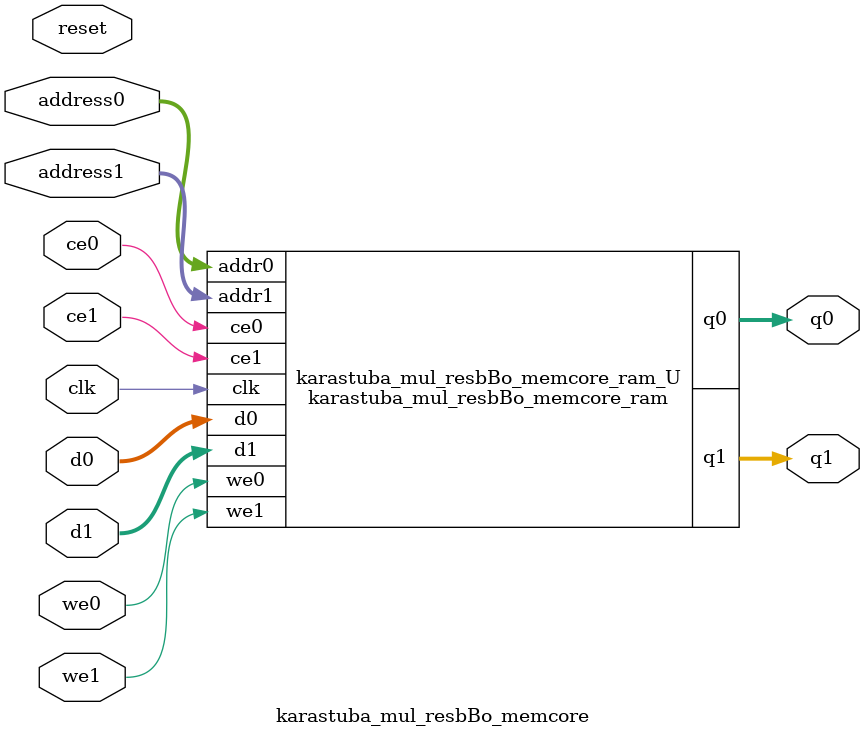
<source format=v>
`timescale 1 ns / 1 ps
module karastuba_mul_resbBo_memcore_ram (addr0, ce0, d0, we0, q0, addr1, ce1, d1, we1, q1,  clk);

parameter DWIDTH = 32;
parameter AWIDTH = 9;
parameter MEM_SIZE = 512;

input[AWIDTH-1:0] addr0;
input ce0;
input[DWIDTH-1:0] d0;
input we0;
output reg[DWIDTH-1:0] q0;
input[AWIDTH-1:0] addr1;
input ce1;
input[DWIDTH-1:0] d1;
input we1;
output reg[DWIDTH-1:0] q1;
input clk;

(* ram_style = "block" *)reg [DWIDTH-1:0] ram[0:MEM_SIZE-1];




always @(posedge clk)  
begin 
    if (ce0) begin
        if (we0) 
            ram[addr0] <= d0; 
        q0 <= ram[addr0];
    end
end


always @(posedge clk)  
begin 
    if (ce1) begin
        if (we1) 
            ram[addr1] <= d1; 
        q1 <= ram[addr1];
    end
end


endmodule

`timescale 1 ns / 1 ps
module karastuba_mul_resbBo_memcore(
    reset,
    clk,
    address0,
    ce0,
    we0,
    d0,
    q0,
    address1,
    ce1,
    we1,
    d1,
    q1);

parameter DataWidth = 32'd32;
parameter AddressRange = 32'd512;
parameter AddressWidth = 32'd9;
input reset;
input clk;
input[AddressWidth - 1:0] address0;
input ce0;
input we0;
input[DataWidth - 1:0] d0;
output[DataWidth - 1:0] q0;
input[AddressWidth - 1:0] address1;
input ce1;
input we1;
input[DataWidth - 1:0] d1;
output[DataWidth - 1:0] q1;



karastuba_mul_resbBo_memcore_ram karastuba_mul_resbBo_memcore_ram_U(
    .clk( clk ),
    .addr0( address0 ),
    .ce0( ce0 ),
    .we0( we0 ),
    .d0( d0 ),
    .q0( q0 ),
    .addr1( address1 ),
    .ce1( ce1 ),
    .we1( we1 ),
    .d1( d1 ),
    .q1( q1 ));

endmodule


</source>
